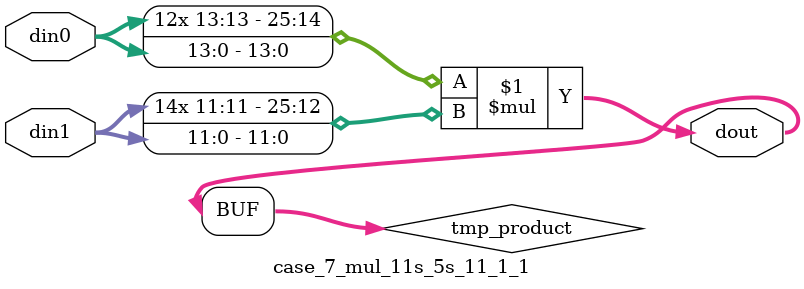
<source format=v>

`timescale 1 ns / 1 ps

 (* use_dsp = "no" *)  module case_7_mul_11s_5s_11_1_1(din0, din1, dout);
parameter ID = 1;
parameter NUM_STAGE = 0;
parameter din0_WIDTH = 14;
parameter din1_WIDTH = 12;
parameter dout_WIDTH = 26;

input [din0_WIDTH - 1 : 0] din0; 
input [din1_WIDTH - 1 : 0] din1; 
output [dout_WIDTH - 1 : 0] dout;

wire signed [dout_WIDTH - 1 : 0] tmp_product;



























assign tmp_product = $signed(din0) * $signed(din1);








assign dout = tmp_product;





















endmodule

</source>
